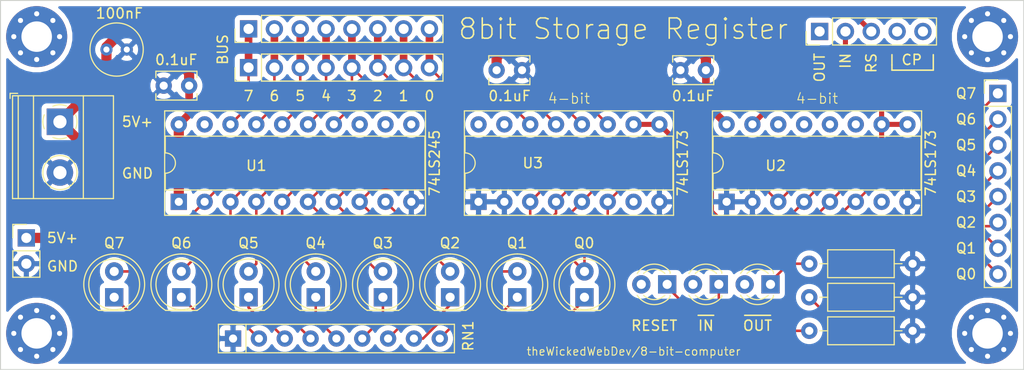
<source format=kicad_pcb>
(kicad_pcb (version 20171130) (host pcbnew "(5.1.9-0-10_14)")
  (layers (0 F.Cu signal) (1 In1.Cu signal) (2 In2.Cu signal) (31 B.Cu signal) (34 B.Paste user) (35 F.Paste user) (36 B.SilkS user) (37 F.SilkS user) (38 B.Mask user) (39 F.Mask user) (44 Edge.Cuts user))
  (net 0 "")
  (net 1 GND)
  (net 2 VCC)
  (net 3 "Net-(D1-Pad1)")
  (net 4 "Net-(D2-Pad1)")
  (net 5 "Net-(D3-Pad1)")
  (net 6 "Net-(D4-Pad1)")
  (net 7 "Net-(D5-Pad1)")
  (net 8 "Net-(D6-Pad1)")
  (net 9 "Net-(D7-Pad1)")
  (net 10 "Net-(D8-Pad1)")
  (net 11 "Net-(D9-Pad1)")
  (net 12 "Net-(D10-Pad1)")
  (net 13 "Net-(D11-Pad1)")
  (net 14 Q0)
  (net 15 Q1)
  (net 16 Q2)
  (net 17 Q3)
  (net 18 Q4)
  (net 19 Q5)
  (net 20 Q6)
  (net 21 Q7)
  (net 22 RESET)
  (net 23 REGISTER_IN)
  (net 24 REGISTER_OUT)
  (net 25 BUS_00)
  (net 26 BUS_01)
  (net 27 BUS_02)
  (net 28 BUS_03)
  (net 29 BUS_04)
  (net 30 BUS_05)
  (net 31 BUS_06)
  (net 32 BUS_07)
  (net 33 CLOCK)
  (module MountingHole:MountingHole_3mm_Pad_Via (layer F.Cu) (at 159.766 69.342)
    (fp_text reference REF** hide)
    (fp_text value MountingHole_3mm_Pad_Via hide)
    (pad 1 thru_hole circle (at 1.59099 -1.59099) (size 0.8 0.8) (drill 0.5) (layers *.Cu *.Mask))
    (pad 1 thru_hole circle (at 0 -2.25) (size 0.8 0.8) (drill 0.5) (layers *.Cu *.Mask))
    (pad 1 thru_hole circle (at -1.59099 -1.59099) (size 0.8 0.8) (drill 0.5) (layers *.Cu *.Mask))
    (pad 1 thru_hole circle (at -2.25 0) (size 0.8 0.8) (drill 0.5) (layers *.Cu *.Mask))
    (pad 1 thru_hole circle (at -1.59099 1.59099) (size 0.8 0.8) (drill 0.5) (layers *.Cu *.Mask))
    (pad 1 thru_hole circle (at 0 2.25) (size 0.8 0.8) (drill 0.5) (layers *.Cu *.Mask))
    (pad 1 thru_hole circle (at 1.59099 1.59099) (size 0.8 0.8) (drill 0.5) (layers *.Cu *.Mask))
    (pad 1 thru_hole circle (at 2.25 0) (size 0.8 0.8) (drill 0.5) (layers *.Cu *.Mask))
    (pad 1 thru_hole circle (at 0 0) (size 6 6) (drill 3) (layers *.Cu *.Mask))
  )
  (module MountingHole:MountingHole_3mm_Pad_Via (layer F.Cu) (at 159.766 98.552)
    (fp_text reference REF** hide)
    (fp_text value MountingHole_3mm_Pad_Via hide)
    (pad 1 thru_hole circle (at 1.59099 -1.59099) (size 0.8 0.8) (drill 0.5) (layers *.Cu *.Mask))
    (pad 1 thru_hole circle (at 0 -2.25) (size 0.8 0.8) (drill 0.5) (layers *.Cu *.Mask))
    (pad 1 thru_hole circle (at -1.59099 -1.59099) (size 0.8 0.8) (drill 0.5) (layers *.Cu *.Mask))
    (pad 1 thru_hole circle (at -2.25 0) (size 0.8 0.8) (drill 0.5) (layers *.Cu *.Mask))
    (pad 1 thru_hole circle (at -1.59099 1.59099) (size 0.8 0.8) (drill 0.5) (layers *.Cu *.Mask))
    (pad 1 thru_hole circle (at 0 2.25) (size 0.8 0.8) (drill 0.5) (layers *.Cu *.Mask))
    (pad 1 thru_hole circle (at 1.59099 1.59099) (size 0.8 0.8) (drill 0.5) (layers *.Cu *.Mask))
    (pad 1 thru_hole circle (at 2.25 0) (size 0.8 0.8) (drill 0.5) (layers *.Cu *.Mask))
    (pad 1 thru_hole circle (at 0 0) (size 6 6) (drill 3) (layers *.Cu *.Mask))
  )
  (module MountingHole:MountingHole_3mm_Pad_Via (layer F.Cu) (at 66.294 98.552)
    (fp_text reference REF** hide)
    (fp_text value MountingHole_3mm_Pad_Via hide)
    (pad 1 thru_hole circle (at 1.59099 -1.59099) (size 0.8 0.8) (drill 0.5) (layers *.Cu *.Mask))
    (pad 1 thru_hole circle (at 0 -2.25) (size 0.8 0.8) (drill 0.5) (layers *.Cu *.Mask))
    (pad 1 thru_hole circle (at -1.59099 -1.59099) (size 0.8 0.8) (drill 0.5) (layers *.Cu *.Mask))
    (pad 1 thru_hole circle (at -2.25 0) (size 0.8 0.8) (drill 0.5) (layers *.Cu *.Mask))
    (pad 1 thru_hole circle (at -1.59099 1.59099) (size 0.8 0.8) (drill 0.5) (layers *.Cu *.Mask))
    (pad 1 thru_hole circle (at 0 2.25) (size 0.8 0.8) (drill 0.5) (layers *.Cu *.Mask))
    (pad 1 thru_hole circle (at 1.59099 1.59099) (size 0.8 0.8) (drill 0.5) (layers *.Cu *.Mask))
    (pad 1 thru_hole circle (at 2.25 0) (size 0.8 0.8) (drill 0.5) (layers *.Cu *.Mask))
    (pad 1 thru_hole circle (at 0 0) (size 6 6) (drill 3) (layers *.Cu *.Mask))
  )
  (module MountingHole:MountingHole_3mm_Pad_Via (layer F.Cu) (at 66.294 69.342)
    (fp_text reference REF** hide)
    (fp_text value MountingHole_3mm_Pad_Via hide)
    (pad 1 thru_hole circle (at 1.59099 -1.59099) (size 0.8 0.8) (drill 0.5) (layers *.Cu *.Mask))
    (pad 1 thru_hole circle (at 0 -2.25) (size 0.8 0.8) (drill 0.5) (layers *.Cu *.Mask))
    (pad 1 thru_hole circle (at -1.59099 -1.59099) (size 0.8 0.8) (drill 0.5) (layers *.Cu *.Mask))
    (pad 1 thru_hole circle (at -2.25 0) (size 0.8 0.8) (drill 0.5) (layers *.Cu *.Mask))
    (pad 1 thru_hole circle (at -1.59099 1.59099) (size 0.8 0.8) (drill 0.5) (layers *.Cu *.Mask))
    (pad 1 thru_hole circle (at 0 2.25) (size 0.8 0.8) (drill 0.5) (layers *.Cu *.Mask))
    (pad 1 thru_hole circle (at 1.59099 1.59099) (size 0.8 0.8) (drill 0.5) (layers *.Cu *.Mask))
    (pad 1 thru_hole circle (at 2.25 0) (size 0.8 0.8) (drill 0.5) (layers *.Cu *.Mask))
    (pad 1 thru_hole circle (at 0 0) (size 6 6) (drill 3) (layers *.Cu *.Mask))
  )
  (module Connector_PinHeader_2.54mm:PinHeader_1x05_P2.54mm_Vertical (layer F.Cu) (at 143.256 68.834 90)
    (fp_text reference J6 hide)
    (fp_text value Conn_01x05 hide)
    (pad 5 thru_hole oval (at 0 10.16 90) (size 1.7 1.7) (drill 1) (layers *.Cu *.Mask) (net 33 CLOCK))
    (pad 4 thru_hole oval (at 0 7.62 90) (size 1.7 1.7) (drill 1) (layers *.Cu *.Mask) (net 33 CLOCK))
    (pad 3 thru_hole oval (at 0 5.08 90) (size 1.7 1.7) (drill 1) (layers *.Cu *.Mask) (net 22 RESET))
    (pad 2 thru_hole oval (at 0 2.54 90) (size 1.7 1.7) (drill 1) (layers *.Cu *.Mask) (net 23 REGISTER_IN))
    (pad 1 thru_hole rect (at 0 0 90) (size 1.7 1.7) (drill 1) (layers *.Cu *.Mask) (net 24 REGISTER_OUT))
  )
  (module Connector_PinHeader_2.54mm:PinHeader_1x08_P2.54mm_Vertical (layer F.Cu) (at 87.122 68.58 90)
    (fp_text reference J2 hide)
    (fp_text value Conn_01x08 hide)
    (pad 8 thru_hole oval (at 0 17.78 90) (size 1.7 1.7) (drill 1) (layers *.Cu *.Mask) (net 25 BUS_00))
    (pad 7 thru_hole oval (at 0 15.24 90) (size 1.7 1.7) (drill 1) (layers *.Cu *.Mask) (net 26 BUS_01))
    (pad 6 thru_hole oval (at 0 12.7 90) (size 1.7 1.7) (drill 1) (layers *.Cu *.Mask) (net 27 BUS_02))
    (pad 5 thru_hole oval (at 0 10.16 90) (size 1.7 1.7) (drill 1) (layers *.Cu *.Mask) (net 28 BUS_03))
    (pad 4 thru_hole oval (at 0 7.62 90) (size 1.7 1.7) (drill 1) (layers *.Cu *.Mask) (net 29 BUS_04))
    (pad 3 thru_hole oval (at 0 5.08 90) (size 1.7 1.7) (drill 1) (layers *.Cu *.Mask) (net 30 BUS_05))
    (pad 2 thru_hole oval (at 0 2.54 90) (size 1.7 1.7) (drill 1) (layers *.Cu *.Mask) (net 31 BUS_06))
    (pad 1 thru_hole rect (at 0 0 90) (size 1.7 1.7) (drill 1) (layers *.Cu *.Mask) (net 32 BUS_07))
  )
  (module Capacitor_THT:C_Disc_D3.8mm_W2.6mm_P2.50mm (layer F.Cu) (at 111.506 72.644)
    (fp_text reference C1 hide)
    (fp_text value CP1)
    (pad 2 thru_hole circle (at 2.5 0) (size 1.6 1.6) (drill 0.8) (layers *.Cu *.Mask) (net 1 GND))
    (pad 1 thru_hole circle (at 0 0) (size 1.6 1.6) (drill 0.8) (layers *.Cu *.Mask) (net 2 VCC))
  )
  (module LED_THT:LED_D3.0mm (layer F.Cu) (at 138.43 93.726 180)
    (fp_text reference D11 hide)
    (fp_text value LED)
    (pad 2 thru_hole circle (at 2.54 0 180) (size 1.8 1.8) (drill 0.9) (layers *.Cu *.Mask) (net 24 REGISTER_OUT))
    (pad 1 thru_hole rect (at 0 0 180) (size 1.8 1.8) (drill 0.9) (layers *.Cu *.Mask) (net 13 "Net-(D11-Pad1)"))
  )
  (module LED_THT:LED_D3.0mm (layer F.Cu) (at 133.35 93.726 180)
    (fp_text reference D10 hide)
    (fp_text value LED)
    (pad 2 thru_hole circle (at 2.54 0 180) (size 1.8 1.8) (drill 0.9) (layers *.Cu *.Mask) (net 23 REGISTER_IN))
    (pad 1 thru_hole rect (at 0 0 180) (size 1.8 1.8) (drill 0.9) (layers *.Cu *.Mask) (net 12 "Net-(D10-Pad1)"))
  )
  (module LED_THT:LED_D3.0mm (layer F.Cu) (at 128.27 93.726 180)
    (fp_text reference D9 hide)
    (fp_text value LED)
    (pad 2 thru_hole circle (at 2.54 0 180) (size 1.8 1.8) (drill 0.9) (layers *.Cu *.Mask) (net 22 RESET))
    (pad 1 thru_hole rect (at 0 0 180) (size 1.8 1.8) (drill 0.9) (layers *.Cu *.Mask) (net 11 "Net-(D9-Pad1)"))
  )
  (module Capacitor_THT:C_Radial_D5.0mm_H7.0mm_P2.00mm (layer F.Cu) (at 73.152 70.612)
    (fp_text reference C4 hide)
    (fp_text value CP1)
    (pad 2 thru_hole circle (at 2 0) (size 1.2 1.2) (drill 0.6) (layers *.Cu *.Mask) (net 1 GND))
    (pad 1 thru_hole circle (at 0 0) (size 1.2 1.2) (drill 0.6) (layers *.Cu *.Mask) (net 2 VCC))
  )
  (module Capacitor_THT:C_Disc_D3.8mm_W2.6mm_P2.50mm (layer F.Cu) (at 132.08 72.644 180)
    (fp_text reference C3 hide)
    (fp_text value CP1 hide)
    (pad 2 thru_hole circle (at 2.5 0 180) (size 1.6 1.6) (drill 0.8) (layers *.Cu *.Mask) (net 1 GND))
    (pad 1 thru_hole circle (at 0 0 180) (size 1.6 1.6) (drill 0.8) (layers *.Cu *.Mask) (net 2 VCC))
  )
  (module Capacitor_THT:C_Disc_D3.8mm_W2.6mm_P2.50mm (layer F.Cu) (at 81.28 74.168 180)
    (fp_text reference C2 hide)
    (fp_text value CP1 hide)
    (pad 2 thru_hole circle (at 2.5 0 180) (size 1.6 1.6) (drill 0.8) (layers *.Cu *.Mask) (net 1 GND))
    (pad 1 thru_hole circle (at 0 0 180) (size 1.6 1.6) (drill 0.8) (layers *.Cu *.Mask) (net 2 VCC))
  )
  (module Package_DIP:DIP-16_W7.62mm_Socket (layer F.Cu) (at 109.728 85.598 90)
    (fp_text reference U3 (at 3.81 5.334 180) (layer F.SilkS))
    (fp_text value 74LS173)
    (pad 16 thru_hole oval (at 7.62 0 90) (size 1.6 1.6) (drill 0.8) (layers *.Cu *.Mask) (net 2 VCC))
    (pad 8 thru_hole oval (at 0 17.78 90) (size 1.6 1.6) (drill 0.8) (layers *.Cu *.Mask) (net 1 GND))
    (pad 15 thru_hole oval (at 7.62 2.54 90) (size 1.6 1.6) (drill 0.8) (layers *.Cu *.Mask) (net 22 RESET))
    (pad 7 thru_hole oval (at 0 15.24 90) (size 1.6 1.6) (drill 0.8) (layers *.Cu *.Mask) (net 33 CLOCK))
    (pad 14 thru_hole oval (at 7.62 5.08 90) (size 1.6 1.6) (drill 0.8) (layers *.Cu *.Mask) (net 28 BUS_03))
    (pad 6 thru_hole oval (at 0 12.7 90) (size 1.6 1.6) (drill 0.8) (layers *.Cu *.Mask) (net 14 Q0))
    (pad 13 thru_hole oval (at 7.62 7.62 90) (size 1.6 1.6) (drill 0.8) (layers *.Cu *.Mask) (net 27 BUS_02))
    (pad 5 thru_hole oval (at 0 10.16 90) (size 1.6 1.6) (drill 0.8) (layers *.Cu *.Mask) (net 15 Q1))
    (pad 12 thru_hole oval (at 7.62 10.16 90) (size 1.6 1.6) (drill 0.8) (layers *.Cu *.Mask) (net 26 BUS_01))
    (pad 4 thru_hole oval (at 0 7.62 90) (size 1.6 1.6) (drill 0.8) (layers *.Cu *.Mask) (net 16 Q2))
    (pad 11 thru_hole oval (at 7.62 12.7 90) (size 1.6 1.6) (drill 0.8) (layers *.Cu *.Mask) (net 25 BUS_00))
    (pad 3 thru_hole oval (at 0 5.08 90) (size 1.6 1.6) (drill 0.8) (layers *.Cu *.Mask) (net 17 Q3))
    (pad 10 thru_hole oval (at 7.62 15.24 90) (size 1.6 1.6) (drill 0.8) (layers *.Cu *.Mask) (net 23 REGISTER_IN))
    (pad 2 thru_hole oval (at 0 2.54 90) (size 1.6 1.6) (drill 0.8) (layers *.Cu *.Mask) (net 1 GND))
    (pad 9 thru_hole oval (at 7.62 17.78 90) (size 1.6 1.6) (drill 0.8) (layers *.Cu *.Mask) (net 23 REGISTER_IN))
    (pad 1 thru_hole rect (at 0 0 90) (size 1.6 1.6) (drill 0.8) (layers *.Cu *.Mask) (net 1 GND))
  )
  (module Package_DIP:DIP-16_W7.62mm_Socket (layer F.Cu) (at 134.112 85.598 90)
    (fp_text reference U2 (at 3.556 4.826 180) (layer F.SilkS))
    (fp_text value 74LS173)
    (pad 16 thru_hole oval (at 7.62 0 90) (size 1.6 1.6) (drill 0.8) (layers *.Cu *.Mask) (net 2 VCC))
    (pad 8 thru_hole oval (at 0 17.78 90) (size 1.6 1.6) (drill 0.8) (layers *.Cu *.Mask) (net 1 GND))
    (pad 15 thru_hole oval (at 7.62 2.54 90) (size 1.6 1.6) (drill 0.8) (layers *.Cu *.Mask) (net 22 RESET))
    (pad 7 thru_hole oval (at 0 15.24 90) (size 1.6 1.6) (drill 0.8) (layers *.Cu *.Mask) (net 33 CLOCK))
    (pad 14 thru_hole oval (at 7.62 5.08 90) (size 1.6 1.6) (drill 0.8) (layers *.Cu *.Mask) (net 32 BUS_07))
    (pad 6 thru_hole oval (at 0 12.7 90) (size 1.6 1.6) (drill 0.8) (layers *.Cu *.Mask) (net 18 Q4))
    (pad 13 thru_hole oval (at 7.62 7.62 90) (size 1.6 1.6) (drill 0.8) (layers *.Cu *.Mask) (net 31 BUS_06))
    (pad 5 thru_hole oval (at 0 10.16 90) (size 1.6 1.6) (drill 0.8) (layers *.Cu *.Mask) (net 19 Q5))
    (pad 12 thru_hole oval (at 7.62 10.16 90) (size 1.6 1.6) (drill 0.8) (layers *.Cu *.Mask) (net 30 BUS_05))
    (pad 4 thru_hole oval (at 0 7.62 90) (size 1.6 1.6) (drill 0.8) (layers *.Cu *.Mask) (net 20 Q6))
    (pad 11 thru_hole oval (at 7.62 12.7 90) (size 1.6 1.6) (drill 0.8) (layers *.Cu *.Mask) (net 29 BUS_04))
    (pad 3 thru_hole oval (at 0 5.08 90) (size 1.6 1.6) (drill 0.8) (layers *.Cu *.Mask) (net 21 Q7))
    (pad 10 thru_hole oval (at 7.62 15.24 90) (size 1.6 1.6) (drill 0.8) (layers *.Cu *.Mask) (net 23 REGISTER_IN))
    (pad 2 thru_hole oval (at 0 2.54 90) (size 1.6 1.6) (drill 0.8) (layers *.Cu *.Mask) (net 1 GND))
    (pad 9 thru_hole oval (at 7.62 17.78 90) (size 1.6 1.6) (drill 0.8) (layers *.Cu *.Mask) (net 23 REGISTER_IN))
    (pad 1 thru_hole rect (at 0 0 90) (size 1.6 1.6) (drill 0.8) (layers *.Cu *.Mask) (net 1 GND))
  )
  (module Package_DIP:DIP-20_W7.62mm_Socket (layer F.Cu) (at 80.264 85.598 90)
    (fp_text reference U1 (at 3.556 7.62 180) (layer F.SilkS))
    (fp_text value 74LS245)
    (pad 20 thru_hole oval (at 7.62 0 90) (size 1.6 1.6) (drill 0.8) (layers *.Cu *.Mask) (net 2 VCC))
    (pad 10 thru_hole oval (at 0 22.86 90) (size 1.6 1.6) (drill 0.8) (layers *.Cu *.Mask) (net 1 GND))
    (pad 19 thru_hole oval (at 7.62 2.54 90) (size 1.6 1.6) (drill 0.8) (layers *.Cu *.Mask) (net 24 REGISTER_OUT))
    (pad 9 thru_hole oval (at 0 20.32 90) (size 1.6 1.6) (drill 0.8) (layers *.Cu *.Mask) (net 14 Q0))
    (pad 18 thru_hole oval (at 7.62 5.08 90) (size 1.6 1.6) (drill 0.8) (layers *.Cu *.Mask) (net 32 BUS_07))
    (pad 8 thru_hole oval (at 0 17.78 90) (size 1.6 1.6) (drill 0.8) (layers *.Cu *.Mask) (net 15 Q1))
    (pad 17 thru_hole oval (at 7.62 7.62 90) (size 1.6 1.6) (drill 0.8) (layers *.Cu *.Mask) (net 31 BUS_06))
    (pad 7 thru_hole oval (at 0 15.24 90) (size 1.6 1.6) (drill 0.8) (layers *.Cu *.Mask) (net 16 Q2))
    (pad 16 thru_hole oval (at 7.62 10.16 90) (size 1.6 1.6) (drill 0.8) (layers *.Cu *.Mask) (net 30 BUS_05))
    (pad 6 thru_hole oval (at 0 12.7 90) (size 1.6 1.6) (drill 0.8) (layers *.Cu *.Mask) (net 17 Q3))
    (pad 15 thru_hole oval (at 7.62 12.7 90) (size 1.6 1.6) (drill 0.8) (layers *.Cu *.Mask) (net 29 BUS_04))
    (pad 5 thru_hole oval (at 0 10.16 90) (size 1.6 1.6) (drill 0.8) (layers *.Cu *.Mask) (net 18 Q4))
    (pad 14 thru_hole oval (at 7.62 15.24 90) (size 1.6 1.6) (drill 0.8) (layers *.Cu *.Mask) (net 28 BUS_03))
    (pad 4 thru_hole oval (at 0 7.62 90) (size 1.6 1.6) (drill 0.8) (layers *.Cu *.Mask) (net 19 Q5))
    (pad 13 thru_hole oval (at 7.62 17.78 90) (size 1.6 1.6) (drill 0.8) (layers *.Cu *.Mask) (net 27 BUS_02))
    (pad 3 thru_hole oval (at 0 5.08 90) (size 1.6 1.6) (drill 0.8) (layers *.Cu *.Mask) (net 20 Q6))
    (pad 12 thru_hole oval (at 7.62 20.32 90) (size 1.6 1.6) (drill 0.8) (layers *.Cu *.Mask) (net 26 BUS_01))
    (pad 2 thru_hole oval (at 0 2.54 90) (size 1.6 1.6) (drill 0.8) (layers *.Cu *.Mask) (net 21 Q7))
    (pad 11 thru_hole oval (at 7.62 22.86 90) (size 1.6 1.6) (drill 0.8) (layers *.Cu *.Mask) (net 25 BUS_00))
    (pad 1 thru_hole rect (at 0 0 90) (size 1.6 1.6) (drill 0.8) (layers *.Cu *.Mask) (net 2 VCC))
  )
  (module Resistor_THT:R_Array_SIP9 (layer F.Cu) (at 85.598 99.06)
    (fp_text reference RN1 (at 23.114 -0.254 90) (layer F.SilkS))
    (fp_text value R_Network08 hide)
    (pad 9 thru_hole oval (at 20.32 0) (size 1.6 1.6) (drill 0.8) (layers *.Cu *.Mask) (net 3 "Net-(D1-Pad1)"))
    (pad 8 thru_hole oval (at 17.78 0) (size 1.6 1.6) (drill 0.8) (layers *.Cu *.Mask) (net 4 "Net-(D2-Pad1)"))
    (pad 7 thru_hole oval (at 15.24 0) (size 1.6 1.6) (drill 0.8) (layers *.Cu *.Mask) (net 5 "Net-(D3-Pad1)"))
    (pad 6 thru_hole oval (at 12.7 0) (size 1.6 1.6) (drill 0.8) (layers *.Cu *.Mask) (net 6 "Net-(D4-Pad1)"))
    (pad 5 thru_hole oval (at 10.16 0) (size 1.6 1.6) (drill 0.8) (layers *.Cu *.Mask) (net 7 "Net-(D5-Pad1)"))
    (pad 4 thru_hole oval (at 7.62 0) (size 1.6 1.6) (drill 0.8) (layers *.Cu *.Mask) (net 8 "Net-(D6-Pad1)"))
    (pad 3 thru_hole oval (at 5.08 0) (size 1.6 1.6) (drill 0.8) (layers *.Cu *.Mask) (net 9 "Net-(D7-Pad1)"))
    (pad 2 thru_hole oval (at 2.54 0) (size 1.6 1.6) (drill 0.8) (layers *.Cu *.Mask) (net 10 "Net-(D8-Pad1)"))
    (pad 1 thru_hole rect (at 0 0) (size 1.6 1.6) (drill 0.8) (layers *.Cu *.Mask) (net 1 GND))
  )
  (module Resistor_THT:R_Axial_DIN0207_L6.3mm_D2.5mm_P10.16mm_Horizontal (layer F.Cu) (at 142.24 91.694)
    (fp_text reference R3 hide)
    (fp_text value R_Small_US)
    (pad 2 thru_hole oval (at 10.16 0) (size 1.6 1.6) (drill 0.8) (layers *.Cu *.Mask) (net 1 GND))
    (pad 1 thru_hole circle (at 0 0) (size 1.6 1.6) (drill 0.8) (layers *.Cu *.Mask) (net 13 "Net-(D11-Pad1)"))
  )
  (module Resistor_THT:R_Axial_DIN0207_L6.3mm_D2.5mm_P10.16mm_Horizontal (layer F.Cu) (at 142.24 98.298)
    (fp_text reference R2 hide)
    (fp_text value R_Small_US)
    (pad 2 thru_hole oval (at 10.16 0) (size 1.6 1.6) (drill 0.8) (layers *.Cu *.Mask) (net 1 GND))
    (pad 1 thru_hole circle (at 0 0) (size 1.6 1.6) (drill 0.8) (layers *.Cu *.Mask) (net 12 "Net-(D10-Pad1)"))
  )
  (module Resistor_THT:R_Axial_DIN0207_L6.3mm_D2.5mm_P10.16mm_Horizontal (layer F.Cu) (at 142.24 94.996)
    (fp_text reference R1 hide)
    (fp_text value R_Small_US)
    (pad 2 thru_hole oval (at 10.16 0) (size 1.6 1.6) (drill 0.8) (layers *.Cu *.Mask) (net 1 GND))
    (pad 1 thru_hole circle (at 0 0) (size 1.6 1.6) (drill 0.8) (layers *.Cu *.Mask) (net 11 "Net-(D9-Pad1)"))
  )
  (module Connector_PinHeader_2.54mm:PinHeader_1x08_P2.54mm_Vertical (layer F.Cu) (at 160.782 74.93)
    (fp_text reference J8 hide)
    (fp_text value Conn_01x08 hide)
    (pad 8 thru_hole oval (at 0 17.78) (size 1.7 1.7) (drill 1) (layers *.Cu *.Mask) (net 14 Q0))
    (pad 7 thru_hole oval (at 0 15.24) (size 1.7 1.7) (drill 1) (layers *.Cu *.Mask) (net 15 Q1))
    (pad 6 thru_hole oval (at 0 12.7) (size 1.7 1.7) (drill 1) (layers *.Cu *.Mask) (net 16 Q2))
    (pad 5 thru_hole oval (at 0 10.16) (size 1.7 1.7) (drill 1) (layers *.Cu *.Mask) (net 17 Q3))
    (pad 4 thru_hole oval (at 0 7.62) (size 1.7 1.7) (drill 1) (layers *.Cu *.Mask) (net 18 Q4))
    (pad 3 thru_hole oval (at 0 5.08) (size 1.7 1.7) (drill 1) (layers *.Cu *.Mask) (net 19 Q5))
    (pad 2 thru_hole oval (at 0 2.54) (size 1.7 1.7) (drill 1) (layers *.Cu *.Mask) (net 20 Q6))
    (pad 1 thru_hole rect (at 0 0) (size 1.7 1.7) (drill 1) (layers *.Cu *.Mask) (net 21 Q7))
  )
  (module Connector_PinHeader_2.54mm:PinHeader_1x08_P2.54mm_Vertical (layer F.Cu) (at 87.122 72.39 90)
    (fp_text reference J5 hide)
    (fp_text value Conn_01x08 hide)
    (pad 8 thru_hole oval (at 0 17.78 90) (size 1.7 1.7) (drill 1) (layers *.Cu *.Mask) (net 25 BUS_00))
    (pad 7 thru_hole oval (at 0 15.24 90) (size 1.7 1.7) (drill 1) (layers *.Cu *.Mask) (net 26 BUS_01))
    (pad 6 thru_hole oval (at 0 12.7 90) (size 1.7 1.7) (drill 1) (layers *.Cu *.Mask) (net 27 BUS_02))
    (pad 5 thru_hole oval (at 0 10.16 90) (size 1.7 1.7) (drill 1) (layers *.Cu *.Mask) (net 28 BUS_03))
    (pad 4 thru_hole oval (at 0 7.62 90) (size 1.7 1.7) (drill 1) (layers *.Cu *.Mask) (net 29 BUS_04))
    (pad 3 thru_hole oval (at 0 5.08 90) (size 1.7 1.7) (drill 1) (layers *.Cu *.Mask) (net 30 BUS_05))
    (pad 2 thru_hole oval (at 0 2.54 90) (size 1.7 1.7) (drill 1) (layers *.Cu *.Mask) (net 31 BUS_06))
    (pad 1 thru_hole rect (at 0 0 90) (size 1.7 1.7) (drill 1) (layers *.Cu *.Mask) (net 32 BUS_07))
  )
  (module Connector_PinHeader_2.54mm:PinHeader_1x02_P2.54mm_Vertical (layer F.Cu) (at 65.278 89.154)
    (fp_text reference J3 hide)
    (fp_text value Conn_01x02 hide)
    (pad 2 thru_hole oval (at 0 2.54) (size 1.7 1.7) (drill 1) (layers *.Cu *.Mask) (net 1 GND))
    (pad 1 thru_hole rect (at 0 0) (size 1.7 1.7) (drill 1) (layers *.Cu *.Mask) (net 2 VCC))
  )
  (module TerminalBlock_Phoenix:TerminalBlock_Phoenix_MKDS-1,5-2_1x02_P5.00mm_Horizontal (layer F.Cu) (at 68.58 77.724 270)
    (fp_text reference J1 hide)
    (fp_text value Screw_Terminal_01x02 hide)
    (pad 2 thru_hole circle (at 5 0 270) (size 2.6 2.6) (drill 1.3) (layers *.Cu *.Mask) (net 1 GND))
    (pad 1 thru_hole rect (at 0 0 270) (size 2.6 2.6) (drill 1.3) (layers *.Cu *.Mask) (net 2 VCC))
  )
  (module LED_THT:LED_D5.0mm (layer F.Cu) (at 73.914 94.996 90)
    (fp_text reference D8 hide)
    (fp_text value LED)
    (pad 2 thru_hole circle (at 2.54 0 90) (size 1.8 1.8) (drill 0.9) (layers *.Cu *.Mask) (net 21 Q7))
    (pad 1 thru_hole rect (at 0 0 90) (size 1.8 1.8) (drill 0.9) (layers *.Cu *.Mask) (net 10 "Net-(D8-Pad1)"))
  )
  (module LED_THT:LED_D5.0mm (layer F.Cu) (at 80.518 94.996 90)
    (fp_text reference D7 hide)
    (fp_text value LED)
    (pad 2 thru_hole circle (at 2.54 0 90) (size 1.8 1.8) (drill 0.9) (layers *.Cu *.Mask) (net 20 Q6))
    (pad 1 thru_hole rect (at 0 0 90) (size 1.8 1.8) (drill 0.9) (layers *.Cu *.Mask) (net 9 "Net-(D7-Pad1)"))
  )
  (module LED_THT:LED_D5.0mm (layer F.Cu) (at 87.122 94.996 90)
    (fp_text reference D6 hide)
    (fp_text value LED)
    (pad 2 thru_hole circle (at 2.54 0 90) (size 1.8 1.8) (drill 0.9) (layers *.Cu *.Mask) (net 19 Q5))
    (pad 1 thru_hole rect (at 0 0 90) (size 1.8 1.8) (drill 0.9) (layers *.Cu *.Mask) (net 8 "Net-(D6-Pad1)"))
  )
  (module LED_THT:LED_D5.0mm (layer F.Cu) (at 93.726 94.996 90)
    (fp_text reference D5 hide)
    (fp_text value LED)
    (pad 2 thru_hole circle (at 2.54 0 90) (size 1.8 1.8) (drill 0.9) (layers *.Cu *.Mask) (net 18 Q4))
    (pad 1 thru_hole rect (at 0 0 90) (size 1.8 1.8) (drill 0.9) (layers *.Cu *.Mask) (net 7 "Net-(D5-Pad1)"))
  )
  (module LED_THT:LED_D5.0mm (layer F.Cu) (at 100.33 94.996 90)
    (fp_text reference D4 hide)
    (fp_text value LED)
    (pad 2 thru_hole circle (at 2.54 0 90) (size 1.8 1.8) (drill 0.9) (layers *.Cu *.Mask) (net 17 Q3))
    (pad 1 thru_hole rect (at 0 0 90) (size 1.8 1.8) (drill 0.9) (layers *.Cu *.Mask) (net 6 "Net-(D4-Pad1)"))
  )
  (module LED_THT:LED_D5.0mm (layer F.Cu) (at 106.934 94.996 90)
    (fp_text reference D3 hide)
    (fp_text value LED)
    (pad 2 thru_hole circle (at 2.54 0 90) (size 1.8 1.8) (drill 0.9) (layers *.Cu *.Mask) (net 16 Q2))
    (pad 1 thru_hole rect (at 0 0 90) (size 1.8 1.8) (drill 0.9) (layers *.Cu *.Mask) (net 5 "Net-(D3-Pad1)"))
  )
  (module LED_THT:LED_D5.0mm (layer F.Cu) (at 113.538 94.996 90)
    (fp_text reference D2 hide)
    (fp_text value LED)
    (pad 2 thru_hole circle (at 2.54 0 90) (size 1.8 1.8) (drill 0.9) (layers *.Cu *.Mask) (net 15 Q1))
    (pad 1 thru_hole rect (at 0 0 90) (size 1.8 1.8) (drill 0.9) (layers *.Cu *.Mask) (net 4 "Net-(D2-Pad1)"))
  )
  (module LED_THT:LED_D5.0mm (layer F.Cu) (at 120.142 94.996 90)
    (fp_text reference D1 hide)
    (fp_text value LED)
    (pad 2 thru_hole circle (at 2.54 0 90) (size 1.8 1.8) (drill 0.9) (layers *.Cu *.Mask) (net 14 Q0))
    (pad 1 thru_hole rect (at 0 0 90) (size 1.8 1.8) (drill 0.9) (layers *.Cu *.Mask) (net 3 "Net-(D1-Pad1)"))
  )
  (gr_line (start 154.432 72.644) (end 154.432 71.12) (layer F.SilkS) (width 0.15))
  (gr_line (start 154.178 72.644) (end 154.432 72.644) (layer F.SilkS) (width 0.15))
  (gr_line (start 150.368 72.644) (end 154.178 72.644) (layer F.SilkS) (width 0.15))
  (gr_line (start 150.368 72.136) (end 150.368 72.644) (layer F.SilkS) (width 0.15))
  (gr_line (start 150.368 71.12) (end 150.368 72.136) (layer F.SilkS) (width 0.15))
  (gr_text theWickedWebDev/8-bit-computer (at 124.968 100.33) (layer F.SilkS) (effects (font (size 0.8 0.8) (thickness 0.1))))
  (gr_text "8bit Storage Register" (at 123.952 68.58) (layer F.SilkS) (effects (font (size 2 2))))
  (gr_text Q0 (at 158.75 92.71) (layer F.SilkS) (effects (font (size 1 1)) (justify right)))
  (gr_text Q1 (at 158.75 90.17) (layer F.SilkS) (effects (font (size 1 1)) (justify right)))
  (gr_text Q2 (at 158.75 87.63) (layer F.SilkS) (effects (font (size 1 1)) (justify right)))
  (gr_text Q3 (at 158.75 85.09) (layer F.SilkS) (effects (font (size 1 1)) (justify right)))
  (gr_text Q4 (at 158.75 82.55) (layer F.SilkS) (effects (font (size 1 1)) (justify right)))
  (gr_text Q5 (at 158.75 80.01) (layer F.SilkS) (effects (font (size 1 1)) (justify right)))
  (gr_text Q6 (at 158.75 77.47) (layer F.SilkS) (effects (font (size 1 1)) (justify right)))
  (gr_line (start 161.036 102.108) (end 163.322 102.108) (layer Edge.Cuts) (width 0.1))
  (gr_line (start 161.036 65.786) (end 163.322 65.786) (layer Edge.Cuts) (width 0.1))
  (gr_text Q7 (at 158.75 74.93) (layer F.SilkS) (effects (font (size 1 1)) (justify right)))
  (gr_text BUS (at 84.582 70.612 90) (layer F.SilkS) (effects (font (size 1 1))))
  (gr_text OUT (at 143.256 70.866 90) (layer F.SilkS) (effects (font (size 1 1)) (justify right)))
  (gr_text IN (at 145.796 70.866 90) (layer F.SilkS) (effects (font (size 1 1)) (justify right)))
  (gr_text RS (at 148.336 70.866 90) (layer F.SilkS) (effects (font (size 1 1)) (justify right)))
  (gr_text CP (at 153.416 71.628) (layer F.SilkS) (effects (font (size 1 1)) (justify right)))
  (gr_text 7 (at 87.122 75.184) (layer F.SilkS) (effects (font (size 1 1))))
  (gr_text 6 (at 89.662 75.184) (layer F.SilkS) (effects (font (size 1 1))))
  (gr_text 5 (at 92.202 75.184) (layer F.SilkS) (effects (font (size 1 1))))
  (gr_text 4 (at 94.742 75.184) (layer F.SilkS) (effects (font (size 1 1))))
  (gr_text 3 (at 97.282 75.184) (layer F.SilkS) (effects (font (size 1 1))))
  (gr_text 2 (at 99.822 75.184) (layer F.SilkS) (effects (font (size 1 1))))
  (gr_text 1 (at 102.362 75.184) (layer F.SilkS) (effects (font (size 1 1))))
  (gr_text 0 (at 104.902 75.184) (layer F.SilkS) (effects (font (size 1 1))))
  (gr_text GND (at 76.2 82.804) (layer F.SilkS) (effects (font (size 1 1))))
  (gr_text 5V+ (at 76.2 77.724) (layer F.SilkS) (effects (font (size 1 1))))
  (gr_text GND (at 68.834 91.948) (layer F.SilkS) (effects (font (size 1 1))))
  (gr_text 5V+ (at 68.834 89.154) (layer F.SilkS) (effects (font (size 1 1))))
  (gr_text 0.1uF (at 80.01 71.628) (layer F.SilkS) (effects (font (size 1 1))))
  (gr_text 0.1uF (at 130.81 75.184) (layer F.SilkS) (effects (font (size 1 1))))
  (gr_text 0.1uF (at 112.776 75.184) (layer F.SilkS) (effects (font (size 1 1))))
  (gr_text 100nF (at 74.422 67.056) (layer F.SilkS) (effects (font (size 1 1))))
  (gr_line (start 132.588 96.774) (end 132.842 96.774) (layer F.SilkS) (width 0.15))
  (gr_line (start 131.318 96.774) (end 132.588 96.774) (layer F.SilkS) (width 0.15))
  (gr_line (start 135.89 96.774) (end 138.43 96.774) (layer F.SilkS) (width 0.15))
  (gr_text OUT (at 137.16 97.79) (layer F.SilkS) (effects (font (size 1 1))))
  (gr_text IN (at 132.08 97.79) (layer F.SilkS) (effects (font (size 1 1))))
  (gr_text RESET (at 127 97.79) (layer F.SilkS) (effects (font (size 1 1))))
  (gr_text Q0 (at 120.114 89.662) (layer F.SilkS) (effects (font (size 1 1))))
  (gr_text Q1 (at 113.514 89.662) (layer F.SilkS) (effects (font (size 1 1))))
  (gr_text Q2 (at 106.914 89.662) (layer F.SilkS) (effects (font (size 1 1))))
  (gr_text Q3 (at 100.314 89.662) (layer F.SilkS) (effects (font (size 1 1))))
  (gr_text Q4 (at 93.714 89.662) (layer F.SilkS) (effects (font (size 1 1))))
  (gr_text Q5 (at 87.114 89.662) (layer F.SilkS) (effects (font (size 1 1))))
  (gr_text Q6 (at 80.514 89.662) (layer F.SilkS) (effects (font (size 1 1))))
  (gr_text Q7 (at 73.914 89.662) (layer F.SilkS) (effects (font (size 1 1))))
  (gr_text 4-bit (at 143.002 75.438) (layer F.SilkS) (effects (font (size 1 1) (thickness 0.1))))
  (gr_text 4-bit (at 118.618 75.438) (layer F.SilkS) (effects (font (size 1 1) (thickness 0.1))))
  (gr_text 74LS173 (at 154.178 81.788 90) (layer F.SilkS) (effects (font (size 1 1))))
  (gr_text 74LS173 (at 129.794 81.788 90) (layer F.SilkS) (effects (font (size 1 1))))
  (gr_text 74LS245 (at 105.41 81.788 90) (layer F.SilkS) (effects (font (size 1 1))))
  (gr_line (start 161.036 65.786) (end 66.294 65.786) (layer Edge.Cuts) (width 0.1))
  (gr_line (start 163.322 102.108) (end 163.322 65.786) (layer Edge.Cuts) (width 0.1))
  (gr_line (start 62.738 102.108) (end 161.036 102.108) (layer Edge.Cuts) (width 0.1))
  (gr_line (start 62.738 65.786) (end 62.738 102.108) (layer Edge.Cuts) (width 0.1))
  (gr_line (start 66.294 65.786) (end 62.738 65.786) (layer Edge.Cuts) (width 0.1))
  (segment (start 132.08 75.946) (end 134.112 77.978) (width 0.75) (layer F.Cu) (net 2))
  (segment (start 132.08 72.644) (end 132.08 75.946) (width 0.75) (layer F.Cu) (net 2))
  (segment (start 81.28 76.962) (end 80.264 77.978) (width 0.75) (layer F.Cu) (net 2))
  (segment (start 81.28 74.168) (end 81.28 76.962) (width 0.75) (layer F.Cu) (net 2))
  (segment (start 73.152 73.152) (end 68.58 77.724) (width 1) (layer F.Cu) (net 2))
  (segment (start 73.152 70.612) (end 73.152 73.152) (width 1) (layer F.Cu) (net 2))
  (segment (start 65.278 89.154) (end 67.564 89.154) (width 1) (layer F.Cu) (net 2))
  (segment (start 67.564 89.154) (end 71.882 84.836) (width 1) (layer F.Cu) (net 2))
  (segment (start 71.882 81.026) (end 68.58 77.724) (width 1) (layer F.Cu) (net 2))
  (segment (start 71.882 84.836) (end 71.882 81.026) (width 1) (layer F.Cu) (net 2))
  (segment (start 73.152 70.358) (end 73.152 70.612) (width 1) (layer F.Cu) (net 2))
  (segment (start 81.28 72.898) (end 76.962 68.58) (width 1) (layer F.Cu) (net 2))
  (segment (start 74.93 68.58) (end 73.152 70.358) (width 1) (layer F.Cu) (net 2))
  (segment (start 76.962 68.58) (end 74.93 68.58) (width 1) (layer F.Cu) (net 2))
  (segment (start 81.28 74.168) (end 81.28 72.898) (width 1) (layer F.Cu) (net 2))
  (segment (start 132.08 72.644) (end 132.08 71.374) (width 1) (layer F.Cu) (net 2))
  (segment (start 132.08 71.374) (end 131.064 70.358) (width 1) (layer F.Cu) (net 2))
  (segment (start 131.064 70.358) (end 112.522 70.358) (width 1) (layer F.Cu) (net 2))
  (segment (start 111.506 71.374) (end 111.506 72.644) (width 1) (layer F.Cu) (net 2))
  (segment (start 112.522 70.358) (end 111.506 71.374) (width 1) (layer F.Cu) (net 2))
  (segment (start 80.264 77.978) (end 80.264 85.598) (width 1) (layer F.Cu) (net 2))
  (segment (start 120.142 94.996) (end 120.142 95.25) (width 0.25) (layer F.Cu) (net 3))
  (segment (start 120.142 95.25) (end 118.11 97.282) (width 0.25) (layer F.Cu) (net 3))
  (segment (start 107.696 97.282) (end 105.918 99.06) (width 0.25) (layer F.Cu) (net 3))
  (segment (start 118.11 97.282) (end 107.696 97.282) (width 0.25) (layer F.Cu) (net 3))
  (segment (start 111.76 96.774) (end 106.55441 96.774) (width 0.25) (layer F.Cu) (net 4))
  (segment (start 113.538 94.996) (end 111.76 96.774) (width 0.25) (layer F.Cu) (net 4))
  (segment (start 106.55441 96.774) (end 104.26841 99.06) (width 0.25) (layer F.Cu) (net 4))
  (segment (start 104.26841 99.06) (end 103.378 99.06) (width 0.25) (layer F.Cu) (net 4))
  (segment (start 105.664 97.028) (end 102.87 97.028) (width 0.25) (layer F.Cu) (net 5))
  (segment (start 102.87 97.028) (end 100.838 99.06) (width 0.25) (layer F.Cu) (net 5))
  (segment (start 106.934 94.996) (end 106.934 95.758) (width 0.25) (layer F.Cu) (net 5))
  (segment (start 106.934 95.758) (end 105.664 97.028) (width 0.25) (layer F.Cu) (net 5))
  (segment (start 100.33 97.028) (end 98.298 99.06) (width 0.25) (layer F.Cu) (net 6))
  (segment (start 100.33 94.996) (end 100.33 97.028) (width 0.25) (layer F.Cu) (net 6))
  (segment (start 93.726 97.028) (end 95.758 99.06) (width 0.25) (layer F.Cu) (net 7))
  (segment (start 93.726 94.996) (end 93.726 97.028) (width 0.25) (layer F.Cu) (net 7))
  (segment (start 87.122 94.996) (end 87.122 96.012) (width 0.25) (layer F.Cu) (net 8))
  (segment (start 87.122 96.012) (end 88.138 97.028) (width 0.25) (layer F.Cu) (net 8))
  (segment (start 91.186 97.028) (end 93.218 99.06) (width 0.25) (layer F.Cu) (net 8))
  (segment (start 88.138 97.028) (end 91.186 97.028) (width 0.25) (layer F.Cu) (net 8))
  (segment (start 89.096011 97.478011) (end 90.678 99.06) (width 0.25) (layer F.Cu) (net 9))
  (segment (start 80.518 94.996) (end 82.296 96.774) (width 0.25) (layer F.Cu) (net 9))
  (segment (start 87.247589 96.774) (end 87.9516 97.478011) (width 0.25) (layer F.Cu) (net 9))
  (segment (start 82.296 96.774) (end 87.247589 96.774) (width 0.25) (layer F.Cu) (net 9))
  (segment (start 87.9516 97.478011) (end 89.096011 97.478011) (width 0.25) (layer F.Cu) (net 9))
  (segment (start 76.142011 97.224011) (end 86.302011 97.224011) (width 0.25) (layer F.Cu) (net 10))
  (segment (start 86.302011 97.224011) (end 88.138 99.06) (width 0.25) (layer F.Cu) (net 10))
  (segment (start 73.914 94.996) (end 76.142011 97.224011) (width 0.25) (layer F.Cu) (net 10))
  (segment (start 128.27 93.726) (end 128.27 93.98) (width 0.25) (layer F.Cu) (net 11))
  (segment (start 128.27 93.98) (end 134.366 100.076) (width 0.25) (layer F.Cu) (net 11))
  (segment (start 134.366 100.076) (end 143.002 100.076) (width 0.25) (layer F.Cu) (net 11))
  (segment (start 143.002 100.076) (end 144.018 99.06) (width 0.25) (layer F.Cu) (net 11))
  (segment (start 144.018 96.774) (end 142.24 94.996) (width 0.25) (layer F.Cu) (net 11))
  (segment (start 144.018 99.06) (end 144.018 96.774) (width 0.25) (layer F.Cu) (net 11))
  (segment (start 133.35 93.726) (end 133.35 95.504) (width 0.25) (layer F.Cu) (net 12))
  (segment (start 136.144 98.298) (end 142.24 98.298) (width 0.25) (layer F.Cu) (net 12))
  (segment (start 133.35 95.504) (end 136.144 98.298) (width 0.25) (layer F.Cu) (net 12))
  (segment (start 138.43 93.726) (end 138.43 93.472) (width 0.25) (layer F.Cu) (net 13))
  (segment (start 140.208 91.694) (end 142.24 91.694) (width 0.25) (layer F.Cu) (net 13))
  (segment (start 138.43 93.472) (end 140.208 91.694) (width 0.25) (layer F.Cu) (net 13))
  (segment (start 120.142 92.456) (end 120.142 90.424) (width 0.25) (layer F.Cu) (net 14))
  (segment (start 122.428 88.138) (end 122.428 85.598) (width 0.25) (layer F.Cu) (net 14))
  (segment (start 120.142 90.424) (end 122.428 88.138) (width 0.25) (layer F.Cu) (net 14))
  (segment (start 108.972792 90.054022) (end 117.740022 90.054022) (width 0.25) (layer F.Cu) (net 14))
  (segment (start 107.252781 88.334011) (end 108.972792 90.054022) (width 0.25) (layer F.Cu) (net 14))
  (segment (start 100.584 85.598) (end 103.320011 88.334011) (width 0.25) (layer F.Cu) (net 14))
  (segment (start 103.320011 88.334011) (end 107.252781 88.334011) (width 0.25) (layer F.Cu) (net 14))
  (segment (start 117.740022 90.054022) (end 120.142 92.456) (width 0.25) (layer F.Cu) (net 14))
  (segment (start 128.778 83.058) (end 124.968 83.058) (width 0.25) (layer F.Cu) (net 14))
  (segment (start 130.048 84.328) (end 128.778 83.058) (width 0.25) (layer F.Cu) (net 14))
  (segment (start 130.048 87.63) (end 130.048 84.328) (width 0.25) (layer F.Cu) (net 14))
  (segment (start 132.334 89.916) (end 130.048 87.63) (width 0.25) (layer F.Cu) (net 14))
  (segment (start 144.78 89.916) (end 132.334 89.916) (width 0.25) (layer F.Cu) (net 14))
  (segment (start 145.796 88.9) (end 144.78 89.916) (width 0.25) (layer F.Cu) (net 14))
  (segment (start 156.972 88.9) (end 145.796 88.9) (width 0.25) (layer F.Cu) (net 14))
  (segment (start 124.968 83.058) (end 122.428 85.598) (width 0.25) (layer F.Cu) (net 14))
  (segment (start 160.782 92.71) (end 156.972 88.9) (width 0.25) (layer F.Cu) (net 14))
  (segment (start 98.044 85.598) (end 99.314 84.328) (width 0.25) (layer F.Cu) (net 15))
  (segment (start 99.314 84.328) (end 103.88318 84.328) (width 0.25) (layer F.Cu) (net 15))
  (segment (start 103.88318 84.328) (end 109.159191 89.604011) (width 0.25) (layer F.Cu) (net 15))
  (segment (start 109.159191 89.604011) (end 115.881989 89.604011) (width 0.25) (layer F.Cu) (net 15))
  (segment (start 115.881989 89.604011) (end 119.888 85.598) (width 0.25) (layer F.Cu) (net 15))
  (segment (start 98.044 85.598) (end 101.346 88.9) (width 0.25) (layer F.Cu) (net 15))
  (segment (start 110.738359 92.456) (end 113.538 92.456) (width 0.25) (layer F.Cu) (net 15))
  (segment (start 107.182359 88.9) (end 110.738359 92.456) (width 0.25) (layer F.Cu) (net 15))
  (segment (start 101.346 88.9) (end 107.182359 88.9) (width 0.25) (layer F.Cu) (net 15))
  (segment (start 145.6096 88.449989) (end 144.65159 89.408) (width 0.25) (layer F.Cu) (net 15))
  (segment (start 130.498011 84.1416) (end 128.9644 82.607989) (width 0.25) (layer F.Cu) (net 15))
  (segment (start 144.65159 89.408) (end 132.46241 89.408) (width 0.25) (layer F.Cu) (net 15))
  (segment (start 130.498011 87.443601) (end 130.498011 84.1416) (width 0.25) (layer F.Cu) (net 15))
  (segment (start 160.782 90.17) (end 159.061989 88.449989) (width 0.25) (layer F.Cu) (net 15))
  (segment (start 128.9644 82.607989) (end 122.878011 82.607989) (width 0.25) (layer F.Cu) (net 15))
  (segment (start 132.46241 89.408) (end 130.498011 87.443601) (width 0.25) (layer F.Cu) (net 15))
  (segment (start 122.878011 82.607989) (end 119.888 85.598) (width 0.25) (layer F.Cu) (net 15))
  (segment (start 159.061989 88.449989) (end 145.6096 88.449989) (width 0.25) (layer F.Cu) (net 15))
  (segment (start 95.504 85.598) (end 99.568 89.662) (width 0.25) (layer F.Cu) (net 16))
  (segment (start 104.14 89.662) (end 106.934 92.456) (width 0.25) (layer F.Cu) (net 16))
  (segment (start 99.568 89.662) (end 104.14 89.662) (width 0.25) (layer F.Cu) (net 16))
  (segment (start 114.981359 89.096011) (end 117.348 86.72937) (width 0.25) (layer F.Cu) (net 16))
  (segment (start 117.348 86.72937) (end 117.348 85.598) (width 0.25) (layer F.Cu) (net 16))
  (segment (start 104.01159 83.82) (end 109.2876 89.096011) (width 0.25) (layer F.Cu) (net 16))
  (segment (start 95.504 85.598) (end 97.282 83.82) (width 0.25) (layer F.Cu) (net 16))
  (segment (start 97.282 83.82) (end 104.01159 83.82) (width 0.25) (layer F.Cu) (net 16))
  (segment (start 109.2876 89.096011) (end 114.981359 89.096011) (width 0.25) (layer F.Cu) (net 16))
  (segment (start 160.412022 87.999978) (end 145.4232 87.999978) (width 0.25) (layer F.Cu) (net 16))
  (segment (start 160.782 87.63) (end 160.412022 87.999978) (width 0.25) (layer F.Cu) (net 16))
  (segment (start 144.523178 88.9) (end 132.59082 88.9) (width 0.25) (layer F.Cu) (net 16))
  (segment (start 130.948022 87.257202) (end 130.948022 83.9552) (width 0.25) (layer F.Cu) (net 16))
  (segment (start 129.1508 82.157978) (end 120.788022 82.157978) (width 0.25) (layer F.Cu) (net 16))
  (segment (start 132.59082 88.9) (end 130.948022 87.257202) (width 0.25) (layer F.Cu) (net 16))
  (segment (start 120.788022 82.157978) (end 117.348 85.598) (width 0.25) (layer F.Cu) (net 16))
  (segment (start 145.4232 87.999978) (end 144.523178 88.9) (width 0.25) (layer F.Cu) (net 16))
  (segment (start 130.948022 83.9552) (end 129.1508 82.157978) (width 0.25) (layer F.Cu) (net 16))
  (segment (start 99.822 92.456) (end 100.33 92.456) (width 0.25) (layer F.Cu) (net 17))
  (segment (start 92.964 85.598) (end 99.822 92.456) (width 0.25) (layer F.Cu) (net 17))
  (segment (start 92.964 85.598) (end 95.25 83.312) (width 0.25) (layer F.Cu) (net 17))
  (segment (start 95.25 83.312) (end 104.14 83.312) (width 0.25) (layer F.Cu) (net 17))
  (segment (start 104.14 83.312) (end 109.474 88.646) (width 0.25) (layer F.Cu) (net 17))
  (segment (start 109.474 88.646) (end 113.792 88.646) (width 0.25) (layer F.Cu) (net 17))
  (segment (start 114.808 87.63) (end 114.808 85.598) (width 0.25) (layer F.Cu) (net 17))
  (segment (start 113.792 88.646) (end 114.808 87.63) (width 0.25) (layer F.Cu) (net 17))
  (segment (start 158.322033 87.549967) (end 145.2368 87.549967) (width 0.25) (layer F.Cu) (net 17))
  (segment (start 160.782 85.09) (end 158.322033 87.549967) (width 0.25) (layer F.Cu) (net 17))
  (segment (start 131.398033 83.7688) (end 129.3372 81.707967) (width 0.25) (layer F.Cu) (net 17))
  (segment (start 144.336779 88.449989) (end 132.777219 88.449989) (width 0.25) (layer F.Cu) (net 17))
  (segment (start 129.3372 81.707967) (end 118.698033 81.707967) (width 0.25) (layer F.Cu) (net 17))
  (segment (start 118.698033 81.707967) (end 114.808 85.598) (width 0.25) (layer F.Cu) (net 17))
  (segment (start 145.2368 87.549967) (end 144.336779 88.449989) (width 0.25) (layer F.Cu) (net 17))
  (segment (start 132.777219 88.449989) (end 131.398033 87.070803) (width 0.25) (layer F.Cu) (net 17))
  (segment (start 131.398033 87.070803) (end 131.398033 83.7688) (width 0.25) (layer F.Cu) (net 17))
  (segment (start 90.424 89.154) (end 93.726 92.456) (width 0.25) (layer F.Cu) (net 18))
  (segment (start 90.424 85.598) (end 90.424 89.154) (width 0.25) (layer F.Cu) (net 18))
  (segment (start 159.431967 83.900033) (end 148.509967 83.900033) (width 0.25) (layer F.Cu) (net 18))
  (segment (start 148.509967 83.900033) (end 146.812 85.598) (width 0.25) (layer F.Cu) (net 18))
  (segment (start 160.782 82.55) (end 159.431967 83.900033) (width 0.25) (layer F.Cu) (net 18))
  (segment (start 132.963618 87.999978) (end 144.150378 87.999978) (width 0.25) (layer F.Cu) (net 18))
  (segment (start 90.424 85.598) (end 94.764044 81.257956) (width 0.25) (layer F.Cu) (net 18))
  (segment (start 144.150378 87.999978) (end 146.552356 85.598) (width 0.25) (layer F.Cu) (net 18))
  (segment (start 129.5236 81.257956) (end 131.848044 83.5824) (width 0.25) (layer F.Cu) (net 18))
  (segment (start 94.764044 81.257956) (end 129.5236 81.257956) (width 0.25) (layer F.Cu) (net 18))
  (segment (start 131.848044 83.5824) (end 131.848044 86.884404) (width 0.25) (layer F.Cu) (net 18))
  (segment (start 131.848044 86.884404) (end 132.963618 87.999978) (width 0.25) (layer F.Cu) (net 18))
  (segment (start 146.552356 85.598) (end 146.812 85.598) (width 0.25) (layer F.Cu) (net 18))
  (segment (start 87.884 91.694) (end 87.122 92.456) (width 0.25) (layer F.Cu) (net 19))
  (segment (start 87.884 85.598) (end 87.884 91.694) (width 0.25) (layer F.Cu) (net 19))
  (segment (start 160.782 80.01) (end 157.341978 83.450022) (width 0.25) (layer F.Cu) (net 19))
  (segment (start 146.419978 83.450022) (end 144.272 85.598) (width 0.25) (layer F.Cu) (net 19))
  (segment (start 157.341978 83.450022) (end 146.419978 83.450022) (width 0.25) (layer F.Cu) (net 19))
  (segment (start 87.884 85.598) (end 92.674055 80.807945) (width 0.25) (layer F.Cu) (net 19))
  (segment (start 129.71 80.807945) (end 132.298055 83.396) (width 0.25) (layer F.Cu) (net 19))
  (segment (start 132.298055 86.698005) (end 133.150017 87.549967) (width 0.25) (layer F.Cu) (net 19))
  (segment (start 133.150017 87.549967) (end 142.320033 87.549967) (width 0.25) (layer F.Cu) (net 19))
  (segment (start 92.674055 80.807945) (end 129.71 80.807945) (width 0.25) (layer F.Cu) (net 19))
  (segment (start 132.298055 83.396) (end 132.298055 86.698005) (width 0.25) (layer F.Cu) (net 19))
  (segment (start 142.320033 87.549967) (end 144.272 85.598) (width 0.25) (layer F.Cu) (net 19))
  (segment (start 85.344 87.63) (end 80.518 92.456) (width 0.25) (layer F.Cu) (net 20))
  (segment (start 85.344 85.598) (end 85.344 87.63) (width 0.25) (layer F.Cu) (net 20))
  (segment (start 144.329989 83.000011) (end 141.732 85.598) (width 0.25) (layer F.Cu) (net 20))
  (segment (start 160.782 77.47) (end 155.251989 83.000011) (width 0.25) (layer F.Cu) (net 20))
  (segment (start 155.251989 83.000011) (end 144.329989 83.000011) (width 0.25) (layer F.Cu) (net 20))
  (segment (start 90.584066 80.357934) (end 129.8964 80.357934) (width 0.25) (layer F.Cu) (net 20))
  (segment (start 132.748066 83.2096) (end 132.748066 86.511606) (width 0.25) (layer F.Cu) (net 20))
  (segment (start 133.336416 87.099956) (end 140.230044 87.099956) (width 0.25) (layer F.Cu) (net 20))
  (segment (start 85.344 85.598) (end 90.584066 80.357934) (width 0.25) (layer F.Cu) (net 20))
  (segment (start 129.8964 80.357934) (end 132.748066 83.2096) (width 0.25) (layer F.Cu) (net 20))
  (segment (start 132.748066 86.511606) (end 133.336416 87.099956) (width 0.25) (layer F.Cu) (net 20))
  (segment (start 140.230044 87.099956) (end 141.732 85.598) (width 0.25) (layer F.Cu) (net 20))
  (segment (start 75.946 92.456) (end 73.914 92.456) (width 0.25) (layer F.Cu) (net 21))
  (segment (start 82.804 85.598) (end 75.946 92.456) (width 0.25) (layer F.Cu) (net 21))
  (segment (start 153.162 82.55) (end 142.24 82.55) (width 0.25) (layer F.Cu) (net 21))
  (segment (start 142.24 82.55) (end 139.192 85.598) (width 0.25) (layer F.Cu) (net 21))
  (segment (start 160.782 74.93) (end 153.162 82.55) (width 0.25) (layer F.Cu) (net 21))
  (segment (start 130.174329 79.907923) (end 134.340406 84.074) (width 0.25) (layer F.Cu) (net 21))
  (segment (start 134.340406 84.074) (end 137.668 84.074) (width 0.25) (layer F.Cu) (net 21))
  (segment (start 88.494077 79.907923) (end 130.174329 79.907923) (width 0.25) (layer F.Cu) (net 21))
  (segment (start 137.668 84.074) (end 139.192 85.598) (width 0.25) (layer F.Cu) (net 21))
  (segment (start 82.804 85.598) (end 88.494077 79.907923) (width 0.25) (layer F.Cu) (net 21))
  (segment (start 140.462 74.168) (end 136.652 77.978) (width 0.5) (layer F.Cu) (net 22))
  (segment (start 140.462 68.326) (end 140.462 74.168) (width 0.5) (layer F.Cu) (net 22))
  (segment (start 141.732 67.056) (end 140.462 68.326) (width 0.5) (layer F.Cu) (net 22))
  (segment (start 146.558 67.056) (end 141.732 67.056) (width 0.5) (layer F.Cu) (net 22))
  (segment (start 148.336 68.834) (end 146.558 67.056) (width 0.5) (layer F.Cu) (net 22))
  (segment (start 151.892 77.978) (end 149.352 77.978) (width 0.5) (layer F.Cu) (net 23))
  (segment (start 145.796 68.834) (end 145.796 71.628) (width 0.5) (layer F.Cu) (net 23))
  (segment (start 149.352 75.184) (end 149.352 77.978) (width 0.5) (layer F.Cu) (net 23))
  (segment (start 145.796 71.628) (end 149.352 75.184) (width 0.5) (layer F.Cu) (net 23))
  (segment (start 127.508 77.978) (end 124.968 77.978) (width 0.5) (layer F.Cu) (net 23))
  (segment (start 127.508 77.978) (end 128.778 79.248) (width 0.5) (layer F.Cu) (net 23))
  (segment (start 128.778 79.248) (end 132.588 79.248) (width 0.5) (layer F.Cu) (net 23))
  (segment (start 132.588 79.248) (end 133.858 80.518) (width 0.5) (layer F.Cu) (net 23))
  (segment (start 133.858 80.518) (end 148.336 80.518) (width 0.5) (layer F.Cu) (net 23))
  (segment (start 149.352 79.502) (end 149.352 77.978) (width 0.5) (layer F.Cu) (net 23))
  (segment (start 148.336 80.518) (end 149.352 79.502) (width 0.5) (layer F.Cu) (net 23))
  (segment (start 104.902 72.39) (end 104.902 68.834) (width 0.75) (layer F.Cu) (net 25))
  (segment (start 106.853967 74.341967) (end 118.791967 74.341967) (width 0.25) (layer F.Cu) (net 25))
  (segment (start 104.902 72.39) (end 106.853967 74.341967) (width 0.25) (layer F.Cu) (net 25))
  (segment (start 118.791967 74.341967) (end 122.428 77.978) (width 0.25) (layer F.Cu) (net 25))
  (segment (start 102.362 68.834) (end 102.362 72.39) (width 0.75) (layer F.Cu) (net 26))
  (segment (start 116.701978 74.791978) (end 119.888 77.978) (width 0.25) (layer F.Cu) (net 26))
  (segment (start 102.362 72.39) (end 104.763978 74.791978) (width 0.25) (layer F.Cu) (net 26))
  (segment (start 104.763978 74.791978) (end 116.701978 74.791978) (width 0.25) (layer F.Cu) (net 26))
  (segment (start 99.822 72.39) (end 99.822 68.834) (width 0.75) (layer F.Cu) (net 27))
  (segment (start 99.822 72.39) (end 102.673989 75.241989) (width 0.25) (layer F.Cu) (net 27))
  (segment (start 102.673989 75.241989) (end 114.611989 75.241989) (width 0.25) (layer F.Cu) (net 27))
  (segment (start 114.611989 75.241989) (end 117.348 77.978) (width 0.25) (layer F.Cu) (net 27))
  (segment (start 97.282 68.834) (end 97.282 72.39) (width 0.75) (layer F.Cu) (net 28))
  (segment (start 100.584 75.692) (end 112.522 75.692) (width 0.25) (layer F.Cu) (net 28))
  (segment (start 97.282 72.39) (end 100.584 75.692) (width 0.25) (layer F.Cu) (net 28))
  (segment (start 112.522 75.692) (end 114.808 77.978) (width 0.25) (layer F.Cu) (net 28))
  (segment (start 97.282 76.2) (end 95.504 77.978) (width 0.25) (layer F.Cu) (net 28))
  (segment (start 97.282 72.39) (end 97.282 76.2) (width 0.25) (layer F.Cu) (net 28))
  (segment (start 94.742 72.39) (end 94.742 68.834) (width 0.75) (layer F.Cu) (net 29))
  (segment (start 94.742 76.2) (end 92.964 77.978) (width 0.25) (layer F.Cu) (net 29))
  (segment (start 94.742 72.39) (end 94.742 76.2) (width 0.25) (layer F.Cu) (net 29))
  (segment (start 92.202 68.834) (end 92.202 72.39) (width 0.75) (layer F.Cu) (net 30))
  (segment (start 92.202 76.2) (end 90.424 77.978) (width 0.25) (layer F.Cu) (net 30))
  (segment (start 92.202 72.39) (end 92.202 76.2) (width 0.25) (layer F.Cu) (net 30))
  (segment (start 89.662 72.39) (end 89.662 68.834) (width 0.75) (layer F.Cu) (net 31))
  (segment (start 89.662 76.2) (end 87.884 77.978) (width 0.25) (layer F.Cu) (net 31))
  (segment (start 89.662 72.39) (end 89.662 76.2) (width 0.25) (layer F.Cu) (net 31))
  (segment (start 87.122 68.834) (end 87.122 72.39) (width 0.75) (layer F.Cu) (net 32))
  (segment (start 87.122 76.2) (end 85.344 77.978) (width 0.25) (layer F.Cu) (net 32))
  (segment (start 87.122 72.39) (end 87.122 76.2) (width 0.25) (layer F.Cu) (net 32))
  (zone (net 1) (net_name GND) (layer B.Cu) (connect_pads (clearance 0.508)) (min_thickness 0.254) (fill yes (arc_segments 32) (thermal_gap 0.508) (thermal_bridge_width 0.508))
    (polygon (pts (xy 163.322 102.108) (xy 62.738 102.108) (xy 62.738 65.786) (xy 163.322 65.786)))
  )
)
</source>
